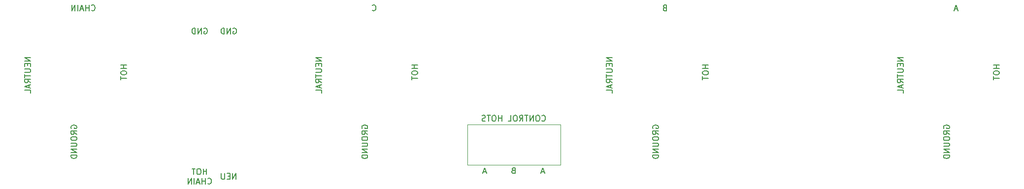
<source format=gbr>
G04 #@! TF.GenerationSoftware,KiCad,Pcbnew,5.1.4*
G04 #@! TF.CreationDate,2019-11-13T20:32:36-05:00*
G04 #@! TF.ProjectId,PooferControl-Reciever-PlugPlane,506f6f66-6572-4436-9f6e-74726f6c2d52,rev?*
G04 #@! TF.SameCoordinates,Original*
G04 #@! TF.FileFunction,Legend,Bot*
G04 #@! TF.FilePolarity,Positive*
%FSLAX46Y46*%
G04 Gerber Fmt 4.6, Leading zero omitted, Abs format (unit mm)*
G04 Created by KiCad (PCBNEW 5.1.4) date 2019-11-13 20:32:36*
%MOMM*%
%LPD*%
G04 APERTURE LIST*
%ADD10C,0.150000*%
%ADD11C,0.120000*%
G04 APERTURE END LIST*
D10*
X110761904Y-79500000D02*
X110857142Y-79452380D01*
X111000000Y-79452380D01*
X111142857Y-79500000D01*
X111238095Y-79595238D01*
X111285714Y-79690476D01*
X111333333Y-79880952D01*
X111333333Y-80023809D01*
X111285714Y-80214285D01*
X111238095Y-80309523D01*
X111142857Y-80404761D01*
X111000000Y-80452380D01*
X110904761Y-80452380D01*
X110761904Y-80404761D01*
X110714285Y-80357142D01*
X110714285Y-80023809D01*
X110904761Y-80023809D01*
X110285714Y-80452380D02*
X110285714Y-79452380D01*
X109714285Y-80452380D01*
X109714285Y-79452380D01*
X109238095Y-80452380D02*
X109238095Y-79452380D01*
X109000000Y-79452380D01*
X108857142Y-79500000D01*
X108761904Y-79595238D01*
X108714285Y-79690476D01*
X108666666Y-79880952D01*
X108666666Y-80023809D01*
X108714285Y-80214285D01*
X108761904Y-80309523D01*
X108857142Y-80404761D01*
X109000000Y-80452380D01*
X109238095Y-80452380D01*
X105761904Y-79500000D02*
X105857142Y-79452380D01*
X106000000Y-79452380D01*
X106142857Y-79500000D01*
X106238095Y-79595238D01*
X106285714Y-79690476D01*
X106333333Y-79880952D01*
X106333333Y-80023809D01*
X106285714Y-80214285D01*
X106238095Y-80309523D01*
X106142857Y-80404761D01*
X106000000Y-80452380D01*
X105904761Y-80452380D01*
X105761904Y-80404761D01*
X105714285Y-80357142D01*
X105714285Y-80023809D01*
X105904761Y-80023809D01*
X105285714Y-80452380D02*
X105285714Y-79452380D01*
X104714285Y-80452380D01*
X104714285Y-79452380D01*
X104238095Y-80452380D02*
X104238095Y-79452380D01*
X104000000Y-79452380D01*
X103857142Y-79500000D01*
X103761904Y-79595238D01*
X103714285Y-79690476D01*
X103666666Y-79880952D01*
X103666666Y-80023809D01*
X103714285Y-80214285D01*
X103761904Y-80309523D01*
X103857142Y-80404761D01*
X104000000Y-80452380D01*
X104238095Y-80452380D01*
X111261904Y-105452380D02*
X111261904Y-104452380D01*
X110690476Y-105452380D01*
X110690476Y-104452380D01*
X110214285Y-104928571D02*
X109880952Y-104928571D01*
X109738095Y-105452380D02*
X110214285Y-105452380D01*
X110214285Y-104452380D01*
X109738095Y-104452380D01*
X109309523Y-104452380D02*
X109309523Y-105261904D01*
X109261904Y-105357142D01*
X109214285Y-105404761D01*
X109119047Y-105452380D01*
X108928571Y-105452380D01*
X108833333Y-105404761D01*
X108785714Y-105357142D01*
X108738095Y-105261904D01*
X108738095Y-104452380D01*
X106190476Y-104627380D02*
X106190476Y-103627380D01*
X106190476Y-104103571D02*
X105619047Y-104103571D01*
X105619047Y-104627380D02*
X105619047Y-103627380D01*
X104952380Y-103627380D02*
X104761904Y-103627380D01*
X104666666Y-103675000D01*
X104571428Y-103770238D01*
X104523809Y-103960714D01*
X104523809Y-104294047D01*
X104571428Y-104484523D01*
X104666666Y-104579761D01*
X104761904Y-104627380D01*
X104952380Y-104627380D01*
X105047619Y-104579761D01*
X105142857Y-104484523D01*
X105190476Y-104294047D01*
X105190476Y-103960714D01*
X105142857Y-103770238D01*
X105047619Y-103675000D01*
X104952380Y-103627380D01*
X104238095Y-103627380D02*
X103666666Y-103627380D01*
X103952380Y-104627380D02*
X103952380Y-103627380D01*
X106404761Y-106182142D02*
X106452380Y-106229761D01*
X106595238Y-106277380D01*
X106690476Y-106277380D01*
X106833333Y-106229761D01*
X106928571Y-106134523D01*
X106976190Y-106039285D01*
X107023809Y-105848809D01*
X107023809Y-105705952D01*
X106976190Y-105515476D01*
X106928571Y-105420238D01*
X106833333Y-105325000D01*
X106690476Y-105277380D01*
X106595238Y-105277380D01*
X106452380Y-105325000D01*
X106404761Y-105372619D01*
X105976190Y-106277380D02*
X105976190Y-105277380D01*
X105976190Y-105753571D02*
X105404761Y-105753571D01*
X105404761Y-106277380D02*
X105404761Y-105277380D01*
X104976190Y-105991666D02*
X104500000Y-105991666D01*
X105071428Y-106277380D02*
X104738095Y-105277380D01*
X104404761Y-106277380D01*
X104071428Y-106277380D02*
X104071428Y-105277380D01*
X103595238Y-106277380D02*
X103595238Y-105277380D01*
X103023809Y-106277380D01*
X103023809Y-105277380D01*
D11*
X151000000Y-103000000D02*
X151000000Y-96000000D01*
X167000000Y-103000000D02*
X151000000Y-103000000D01*
X167000000Y-96000000D02*
X167000000Y-103000000D01*
X151000000Y-96000000D02*
X167000000Y-96000000D01*
D10*
X86404761Y-76357142D02*
X86452380Y-76404761D01*
X86595238Y-76452380D01*
X86690476Y-76452380D01*
X86833333Y-76404761D01*
X86928571Y-76309523D01*
X86976190Y-76214285D01*
X87023809Y-76023809D01*
X87023809Y-75880952D01*
X86976190Y-75690476D01*
X86928571Y-75595238D01*
X86833333Y-75500000D01*
X86690476Y-75452380D01*
X86595238Y-75452380D01*
X86452380Y-75500000D01*
X86404761Y-75547619D01*
X85976190Y-76452380D02*
X85976190Y-75452380D01*
X85976190Y-75928571D02*
X85404761Y-75928571D01*
X85404761Y-76452380D02*
X85404761Y-75452380D01*
X84976190Y-76166666D02*
X84500000Y-76166666D01*
X85071428Y-76452380D02*
X84738095Y-75452380D01*
X84404761Y-76452380D01*
X84071428Y-76452380D02*
X84071428Y-75452380D01*
X83595238Y-76452380D02*
X83595238Y-75452380D01*
X83023809Y-76452380D01*
X83023809Y-75452380D01*
X134690476Y-76357142D02*
X134738095Y-76404761D01*
X134880952Y-76452380D01*
X134976190Y-76452380D01*
X135119047Y-76404761D01*
X135214285Y-76309523D01*
X135261904Y-76214285D01*
X135309523Y-76023809D01*
X135309523Y-75880952D01*
X135261904Y-75690476D01*
X135214285Y-75595238D01*
X135119047Y-75500000D01*
X134976190Y-75452380D01*
X134880952Y-75452380D01*
X134738095Y-75500000D01*
X134690476Y-75547619D01*
X184928571Y-75928571D02*
X184785714Y-75976190D01*
X184738095Y-76023809D01*
X184690476Y-76119047D01*
X184690476Y-76261904D01*
X184738095Y-76357142D01*
X184785714Y-76404761D01*
X184880952Y-76452380D01*
X185261904Y-76452380D01*
X185261904Y-75452380D01*
X184928571Y-75452380D01*
X184833333Y-75500000D01*
X184785714Y-75547619D01*
X184738095Y-75642857D01*
X184738095Y-75738095D01*
X184785714Y-75833333D01*
X184833333Y-75880952D01*
X184928571Y-75928571D01*
X185261904Y-75928571D01*
X235238095Y-76166666D02*
X234761904Y-76166666D01*
X235333333Y-76452380D02*
X235000000Y-75452380D01*
X234666666Y-76452380D01*
X164238095Y-104166666D02*
X163761904Y-104166666D01*
X164333333Y-104452380D02*
X164000000Y-103452380D01*
X163666666Y-104452380D01*
X158928571Y-103928571D02*
X158785714Y-103976190D01*
X158738095Y-104023809D01*
X158690476Y-104119047D01*
X158690476Y-104261904D01*
X158738095Y-104357142D01*
X158785714Y-104404761D01*
X158880952Y-104452380D01*
X159261904Y-104452380D01*
X159261904Y-103452380D01*
X158928571Y-103452380D01*
X158833333Y-103500000D01*
X158785714Y-103547619D01*
X158738095Y-103642857D01*
X158738095Y-103738095D01*
X158785714Y-103833333D01*
X158833333Y-103880952D01*
X158928571Y-103928571D01*
X159261904Y-103928571D01*
X154238095Y-104166666D02*
X153761904Y-104166666D01*
X154333333Y-104452380D02*
X154000000Y-103452380D01*
X153666666Y-104452380D01*
X163833333Y-95357142D02*
X163880952Y-95404761D01*
X164023809Y-95452380D01*
X164119047Y-95452380D01*
X164261904Y-95404761D01*
X164357142Y-95309523D01*
X164404761Y-95214285D01*
X164452380Y-95023809D01*
X164452380Y-94880952D01*
X164404761Y-94690476D01*
X164357142Y-94595238D01*
X164261904Y-94500000D01*
X164119047Y-94452380D01*
X164023809Y-94452380D01*
X163880952Y-94500000D01*
X163833333Y-94547619D01*
X163214285Y-94452380D02*
X163023809Y-94452380D01*
X162928571Y-94500000D01*
X162833333Y-94595238D01*
X162785714Y-94785714D01*
X162785714Y-95119047D01*
X162833333Y-95309523D01*
X162928571Y-95404761D01*
X163023809Y-95452380D01*
X163214285Y-95452380D01*
X163309523Y-95404761D01*
X163404761Y-95309523D01*
X163452380Y-95119047D01*
X163452380Y-94785714D01*
X163404761Y-94595238D01*
X163309523Y-94500000D01*
X163214285Y-94452380D01*
X162357142Y-95452380D02*
X162357142Y-94452380D01*
X161785714Y-95452380D01*
X161785714Y-94452380D01*
X161452380Y-94452380D02*
X160880952Y-94452380D01*
X161166666Y-95452380D02*
X161166666Y-94452380D01*
X159976190Y-95452380D02*
X160309523Y-94976190D01*
X160547619Y-95452380D02*
X160547619Y-94452380D01*
X160166666Y-94452380D01*
X160071428Y-94500000D01*
X160023809Y-94547619D01*
X159976190Y-94642857D01*
X159976190Y-94785714D01*
X160023809Y-94880952D01*
X160071428Y-94928571D01*
X160166666Y-94976190D01*
X160547619Y-94976190D01*
X159357142Y-94452380D02*
X159166666Y-94452380D01*
X159071428Y-94500000D01*
X158976190Y-94595238D01*
X158928571Y-94785714D01*
X158928571Y-95119047D01*
X158976190Y-95309523D01*
X159071428Y-95404761D01*
X159166666Y-95452380D01*
X159357142Y-95452380D01*
X159452380Y-95404761D01*
X159547619Y-95309523D01*
X159595238Y-95119047D01*
X159595238Y-94785714D01*
X159547619Y-94595238D01*
X159452380Y-94500000D01*
X159357142Y-94452380D01*
X158023809Y-95452380D02*
X158500000Y-95452380D01*
X158500000Y-94452380D01*
X156928571Y-95452380D02*
X156928571Y-94452380D01*
X156928571Y-94928571D02*
X156357142Y-94928571D01*
X156357142Y-95452380D02*
X156357142Y-94452380D01*
X155690476Y-94452380D02*
X155500000Y-94452380D01*
X155404761Y-94500000D01*
X155309523Y-94595238D01*
X155261904Y-94785714D01*
X155261904Y-95119047D01*
X155309523Y-95309523D01*
X155404761Y-95404761D01*
X155500000Y-95452380D01*
X155690476Y-95452380D01*
X155785714Y-95404761D01*
X155880952Y-95309523D01*
X155928571Y-95119047D01*
X155928571Y-94785714D01*
X155880952Y-94595238D01*
X155785714Y-94500000D01*
X155690476Y-94452380D01*
X154976190Y-94452380D02*
X154404761Y-94452380D01*
X154690476Y-95452380D02*
X154690476Y-94452380D01*
X154119047Y-95404761D02*
X153976190Y-95452380D01*
X153738095Y-95452380D01*
X153642857Y-95404761D01*
X153595238Y-95357142D01*
X153547619Y-95261904D01*
X153547619Y-95166666D01*
X153595238Y-95071428D01*
X153642857Y-95023809D01*
X153738095Y-94976190D01*
X153928571Y-94928571D01*
X154023809Y-94880952D01*
X154071428Y-94833333D01*
X154119047Y-94738095D01*
X154119047Y-94642857D01*
X154071428Y-94547619D01*
X154023809Y-94500000D01*
X153928571Y-94452380D01*
X153690476Y-94452380D01*
X153547619Y-94500000D01*
X182930000Y-96690476D02*
X182882380Y-96595238D01*
X182882380Y-96452380D01*
X182930000Y-96309523D01*
X183025238Y-96214285D01*
X183120476Y-96166666D01*
X183310952Y-96119047D01*
X183453809Y-96119047D01*
X183644285Y-96166666D01*
X183739523Y-96214285D01*
X183834761Y-96309523D01*
X183882380Y-96452380D01*
X183882380Y-96547619D01*
X183834761Y-96690476D01*
X183787142Y-96738095D01*
X183453809Y-96738095D01*
X183453809Y-96547619D01*
X183882380Y-97738095D02*
X183406190Y-97404761D01*
X183882380Y-97166666D02*
X182882380Y-97166666D01*
X182882380Y-97547619D01*
X182930000Y-97642857D01*
X182977619Y-97690476D01*
X183072857Y-97738095D01*
X183215714Y-97738095D01*
X183310952Y-97690476D01*
X183358571Y-97642857D01*
X183406190Y-97547619D01*
X183406190Y-97166666D01*
X182882380Y-98357142D02*
X182882380Y-98547619D01*
X182930000Y-98642857D01*
X183025238Y-98738095D01*
X183215714Y-98785714D01*
X183549047Y-98785714D01*
X183739523Y-98738095D01*
X183834761Y-98642857D01*
X183882380Y-98547619D01*
X183882380Y-98357142D01*
X183834761Y-98261904D01*
X183739523Y-98166666D01*
X183549047Y-98119047D01*
X183215714Y-98119047D01*
X183025238Y-98166666D01*
X182930000Y-98261904D01*
X182882380Y-98357142D01*
X182882380Y-99214285D02*
X183691904Y-99214285D01*
X183787142Y-99261904D01*
X183834761Y-99309523D01*
X183882380Y-99404761D01*
X183882380Y-99595238D01*
X183834761Y-99690476D01*
X183787142Y-99738095D01*
X183691904Y-99785714D01*
X182882380Y-99785714D01*
X183882380Y-100261904D02*
X182882380Y-100261904D01*
X183882380Y-100833333D01*
X182882380Y-100833333D01*
X183882380Y-101309523D02*
X182882380Y-101309523D01*
X182882380Y-101547619D01*
X182930000Y-101690476D01*
X183025238Y-101785714D01*
X183120476Y-101833333D01*
X183310952Y-101880952D01*
X183453809Y-101880952D01*
X183644285Y-101833333D01*
X183739523Y-101785714D01*
X183834761Y-101690476D01*
X183882380Y-101547619D01*
X183882380Y-101309523D01*
X192452380Y-85809523D02*
X191452380Y-85809523D01*
X191928571Y-85809523D02*
X191928571Y-86380952D01*
X192452380Y-86380952D02*
X191452380Y-86380952D01*
X191452380Y-87047619D02*
X191452380Y-87238095D01*
X191500000Y-87333333D01*
X191595238Y-87428571D01*
X191785714Y-87476190D01*
X192119047Y-87476190D01*
X192309523Y-87428571D01*
X192404761Y-87333333D01*
X192452380Y-87238095D01*
X192452380Y-87047619D01*
X192404761Y-86952380D01*
X192309523Y-86857142D01*
X192119047Y-86809523D01*
X191785714Y-86809523D01*
X191595238Y-86857142D01*
X191500000Y-86952380D01*
X191452380Y-87047619D01*
X191452380Y-87761904D02*
X191452380Y-88333333D01*
X192452380Y-88047619D02*
X191452380Y-88047619D01*
X175952380Y-84523809D02*
X174952380Y-84523809D01*
X175952380Y-85095238D01*
X174952380Y-85095238D01*
X175428571Y-85571428D02*
X175428571Y-85904761D01*
X175952380Y-86047619D02*
X175952380Y-85571428D01*
X174952380Y-85571428D01*
X174952380Y-86047619D01*
X174952380Y-86476190D02*
X175761904Y-86476190D01*
X175857142Y-86523809D01*
X175904761Y-86571428D01*
X175952380Y-86666666D01*
X175952380Y-86857142D01*
X175904761Y-86952380D01*
X175857142Y-87000000D01*
X175761904Y-87047619D01*
X174952380Y-87047619D01*
X174952380Y-87380952D02*
X174952380Y-87952380D01*
X175952380Y-87666666D02*
X174952380Y-87666666D01*
X175952380Y-88857142D02*
X175476190Y-88523809D01*
X175952380Y-88285714D02*
X174952380Y-88285714D01*
X174952380Y-88666666D01*
X175000000Y-88761904D01*
X175047619Y-88809523D01*
X175142857Y-88857142D01*
X175285714Y-88857142D01*
X175380952Y-88809523D01*
X175428571Y-88761904D01*
X175476190Y-88666666D01*
X175476190Y-88285714D01*
X175666666Y-89238095D02*
X175666666Y-89714285D01*
X175952380Y-89142857D02*
X174952380Y-89476190D01*
X175952380Y-89809523D01*
X175952380Y-90619047D02*
X175952380Y-90142857D01*
X174952380Y-90142857D01*
X232930000Y-96690476D02*
X232882380Y-96595238D01*
X232882380Y-96452380D01*
X232930000Y-96309523D01*
X233025238Y-96214285D01*
X233120476Y-96166666D01*
X233310952Y-96119047D01*
X233453809Y-96119047D01*
X233644285Y-96166666D01*
X233739523Y-96214285D01*
X233834761Y-96309523D01*
X233882380Y-96452380D01*
X233882380Y-96547619D01*
X233834761Y-96690476D01*
X233787142Y-96738095D01*
X233453809Y-96738095D01*
X233453809Y-96547619D01*
X233882380Y-97738095D02*
X233406190Y-97404761D01*
X233882380Y-97166666D02*
X232882380Y-97166666D01*
X232882380Y-97547619D01*
X232930000Y-97642857D01*
X232977619Y-97690476D01*
X233072857Y-97738095D01*
X233215714Y-97738095D01*
X233310952Y-97690476D01*
X233358571Y-97642857D01*
X233406190Y-97547619D01*
X233406190Y-97166666D01*
X232882380Y-98357142D02*
X232882380Y-98547619D01*
X232930000Y-98642857D01*
X233025238Y-98738095D01*
X233215714Y-98785714D01*
X233549047Y-98785714D01*
X233739523Y-98738095D01*
X233834761Y-98642857D01*
X233882380Y-98547619D01*
X233882380Y-98357142D01*
X233834761Y-98261904D01*
X233739523Y-98166666D01*
X233549047Y-98119047D01*
X233215714Y-98119047D01*
X233025238Y-98166666D01*
X232930000Y-98261904D01*
X232882380Y-98357142D01*
X232882380Y-99214285D02*
X233691904Y-99214285D01*
X233787142Y-99261904D01*
X233834761Y-99309523D01*
X233882380Y-99404761D01*
X233882380Y-99595238D01*
X233834761Y-99690476D01*
X233787142Y-99738095D01*
X233691904Y-99785714D01*
X232882380Y-99785714D01*
X233882380Y-100261904D02*
X232882380Y-100261904D01*
X233882380Y-100833333D01*
X232882380Y-100833333D01*
X233882380Y-101309523D02*
X232882380Y-101309523D01*
X232882380Y-101547619D01*
X232930000Y-101690476D01*
X233025238Y-101785714D01*
X233120476Y-101833333D01*
X233310952Y-101880952D01*
X233453809Y-101880952D01*
X233644285Y-101833333D01*
X233739523Y-101785714D01*
X233834761Y-101690476D01*
X233882380Y-101547619D01*
X233882380Y-101309523D01*
X242452380Y-85809523D02*
X241452380Y-85809523D01*
X241928571Y-85809523D02*
X241928571Y-86380952D01*
X242452380Y-86380952D02*
X241452380Y-86380952D01*
X241452380Y-87047619D02*
X241452380Y-87238095D01*
X241500000Y-87333333D01*
X241595238Y-87428571D01*
X241785714Y-87476190D01*
X242119047Y-87476190D01*
X242309523Y-87428571D01*
X242404761Y-87333333D01*
X242452380Y-87238095D01*
X242452380Y-87047619D01*
X242404761Y-86952380D01*
X242309523Y-86857142D01*
X242119047Y-86809523D01*
X241785714Y-86809523D01*
X241595238Y-86857142D01*
X241500000Y-86952380D01*
X241452380Y-87047619D01*
X241452380Y-87761904D02*
X241452380Y-88333333D01*
X242452380Y-88047619D02*
X241452380Y-88047619D01*
X225952380Y-84523809D02*
X224952380Y-84523809D01*
X225952380Y-85095238D01*
X224952380Y-85095238D01*
X225428571Y-85571428D02*
X225428571Y-85904761D01*
X225952380Y-86047619D02*
X225952380Y-85571428D01*
X224952380Y-85571428D01*
X224952380Y-86047619D01*
X224952380Y-86476190D02*
X225761904Y-86476190D01*
X225857142Y-86523809D01*
X225904761Y-86571428D01*
X225952380Y-86666666D01*
X225952380Y-86857142D01*
X225904761Y-86952380D01*
X225857142Y-87000000D01*
X225761904Y-87047619D01*
X224952380Y-87047619D01*
X224952380Y-87380952D02*
X224952380Y-87952380D01*
X225952380Y-87666666D02*
X224952380Y-87666666D01*
X225952380Y-88857142D02*
X225476190Y-88523809D01*
X225952380Y-88285714D02*
X224952380Y-88285714D01*
X224952380Y-88666666D01*
X225000000Y-88761904D01*
X225047619Y-88809523D01*
X225142857Y-88857142D01*
X225285714Y-88857142D01*
X225380952Y-88809523D01*
X225428571Y-88761904D01*
X225476190Y-88666666D01*
X225476190Y-88285714D01*
X225666666Y-89238095D02*
X225666666Y-89714285D01*
X225952380Y-89142857D02*
X224952380Y-89476190D01*
X225952380Y-89809523D01*
X225952380Y-90619047D02*
X225952380Y-90142857D01*
X224952380Y-90142857D01*
X75952380Y-84523809D02*
X74952380Y-84523809D01*
X75952380Y-85095238D01*
X74952380Y-85095238D01*
X75428571Y-85571428D02*
X75428571Y-85904761D01*
X75952380Y-86047619D02*
X75952380Y-85571428D01*
X74952380Y-85571428D01*
X74952380Y-86047619D01*
X74952380Y-86476190D02*
X75761904Y-86476190D01*
X75857142Y-86523809D01*
X75904761Y-86571428D01*
X75952380Y-86666666D01*
X75952380Y-86857142D01*
X75904761Y-86952380D01*
X75857142Y-87000000D01*
X75761904Y-87047619D01*
X74952380Y-87047619D01*
X74952380Y-87380952D02*
X74952380Y-87952380D01*
X75952380Y-87666666D02*
X74952380Y-87666666D01*
X75952380Y-88857142D02*
X75476190Y-88523809D01*
X75952380Y-88285714D02*
X74952380Y-88285714D01*
X74952380Y-88666666D01*
X75000000Y-88761904D01*
X75047619Y-88809523D01*
X75142857Y-88857142D01*
X75285714Y-88857142D01*
X75380952Y-88809523D01*
X75428571Y-88761904D01*
X75476190Y-88666666D01*
X75476190Y-88285714D01*
X75666666Y-89238095D02*
X75666666Y-89714285D01*
X75952380Y-89142857D02*
X74952380Y-89476190D01*
X75952380Y-89809523D01*
X75952380Y-90619047D02*
X75952380Y-90142857D01*
X74952380Y-90142857D01*
X92452380Y-85809523D02*
X91452380Y-85809523D01*
X91928571Y-85809523D02*
X91928571Y-86380952D01*
X92452380Y-86380952D02*
X91452380Y-86380952D01*
X91452380Y-87047619D02*
X91452380Y-87238095D01*
X91500000Y-87333333D01*
X91595238Y-87428571D01*
X91785714Y-87476190D01*
X92119047Y-87476190D01*
X92309523Y-87428571D01*
X92404761Y-87333333D01*
X92452380Y-87238095D01*
X92452380Y-87047619D01*
X92404761Y-86952380D01*
X92309523Y-86857142D01*
X92119047Y-86809523D01*
X91785714Y-86809523D01*
X91595238Y-86857142D01*
X91500000Y-86952380D01*
X91452380Y-87047619D01*
X91452380Y-87761904D02*
X91452380Y-88333333D01*
X92452380Y-88047619D02*
X91452380Y-88047619D01*
X82930000Y-96690476D02*
X82882380Y-96595238D01*
X82882380Y-96452380D01*
X82930000Y-96309523D01*
X83025238Y-96214285D01*
X83120476Y-96166666D01*
X83310952Y-96119047D01*
X83453809Y-96119047D01*
X83644285Y-96166666D01*
X83739523Y-96214285D01*
X83834761Y-96309523D01*
X83882380Y-96452380D01*
X83882380Y-96547619D01*
X83834761Y-96690476D01*
X83787142Y-96738095D01*
X83453809Y-96738095D01*
X83453809Y-96547619D01*
X83882380Y-97738095D02*
X83406190Y-97404761D01*
X83882380Y-97166666D02*
X82882380Y-97166666D01*
X82882380Y-97547619D01*
X82930000Y-97642857D01*
X82977619Y-97690476D01*
X83072857Y-97738095D01*
X83215714Y-97738095D01*
X83310952Y-97690476D01*
X83358571Y-97642857D01*
X83406190Y-97547619D01*
X83406190Y-97166666D01*
X82882380Y-98357142D02*
X82882380Y-98547619D01*
X82930000Y-98642857D01*
X83025238Y-98738095D01*
X83215714Y-98785714D01*
X83549047Y-98785714D01*
X83739523Y-98738095D01*
X83834761Y-98642857D01*
X83882380Y-98547619D01*
X83882380Y-98357142D01*
X83834761Y-98261904D01*
X83739523Y-98166666D01*
X83549047Y-98119047D01*
X83215714Y-98119047D01*
X83025238Y-98166666D01*
X82930000Y-98261904D01*
X82882380Y-98357142D01*
X82882380Y-99214285D02*
X83691904Y-99214285D01*
X83787142Y-99261904D01*
X83834761Y-99309523D01*
X83882380Y-99404761D01*
X83882380Y-99595238D01*
X83834761Y-99690476D01*
X83787142Y-99738095D01*
X83691904Y-99785714D01*
X82882380Y-99785714D01*
X83882380Y-100261904D02*
X82882380Y-100261904D01*
X83882380Y-100833333D01*
X82882380Y-100833333D01*
X83882380Y-101309523D02*
X82882380Y-101309523D01*
X82882380Y-101547619D01*
X82930000Y-101690476D01*
X83025238Y-101785714D01*
X83120476Y-101833333D01*
X83310952Y-101880952D01*
X83453809Y-101880952D01*
X83644285Y-101833333D01*
X83739523Y-101785714D01*
X83834761Y-101690476D01*
X83882380Y-101547619D01*
X83882380Y-101309523D01*
X132930000Y-96690476D02*
X132882380Y-96595238D01*
X132882380Y-96452380D01*
X132930000Y-96309523D01*
X133025238Y-96214285D01*
X133120476Y-96166666D01*
X133310952Y-96119047D01*
X133453809Y-96119047D01*
X133644285Y-96166666D01*
X133739523Y-96214285D01*
X133834761Y-96309523D01*
X133882380Y-96452380D01*
X133882380Y-96547619D01*
X133834761Y-96690476D01*
X133787142Y-96738095D01*
X133453809Y-96738095D01*
X133453809Y-96547619D01*
X133882380Y-97738095D02*
X133406190Y-97404761D01*
X133882380Y-97166666D02*
X132882380Y-97166666D01*
X132882380Y-97547619D01*
X132930000Y-97642857D01*
X132977619Y-97690476D01*
X133072857Y-97738095D01*
X133215714Y-97738095D01*
X133310952Y-97690476D01*
X133358571Y-97642857D01*
X133406190Y-97547619D01*
X133406190Y-97166666D01*
X132882380Y-98357142D02*
X132882380Y-98547619D01*
X132930000Y-98642857D01*
X133025238Y-98738095D01*
X133215714Y-98785714D01*
X133549047Y-98785714D01*
X133739523Y-98738095D01*
X133834761Y-98642857D01*
X133882380Y-98547619D01*
X133882380Y-98357142D01*
X133834761Y-98261904D01*
X133739523Y-98166666D01*
X133549047Y-98119047D01*
X133215714Y-98119047D01*
X133025238Y-98166666D01*
X132930000Y-98261904D01*
X132882380Y-98357142D01*
X132882380Y-99214285D02*
X133691904Y-99214285D01*
X133787142Y-99261904D01*
X133834761Y-99309523D01*
X133882380Y-99404761D01*
X133882380Y-99595238D01*
X133834761Y-99690476D01*
X133787142Y-99738095D01*
X133691904Y-99785714D01*
X132882380Y-99785714D01*
X133882380Y-100261904D02*
X132882380Y-100261904D01*
X133882380Y-100833333D01*
X132882380Y-100833333D01*
X133882380Y-101309523D02*
X132882380Y-101309523D01*
X132882380Y-101547619D01*
X132930000Y-101690476D01*
X133025238Y-101785714D01*
X133120476Y-101833333D01*
X133310952Y-101880952D01*
X133453809Y-101880952D01*
X133644285Y-101833333D01*
X133739523Y-101785714D01*
X133834761Y-101690476D01*
X133882380Y-101547619D01*
X133882380Y-101309523D01*
X142452380Y-85809523D02*
X141452380Y-85809523D01*
X141928571Y-85809523D02*
X141928571Y-86380952D01*
X142452380Y-86380952D02*
X141452380Y-86380952D01*
X141452380Y-87047619D02*
X141452380Y-87238095D01*
X141500000Y-87333333D01*
X141595238Y-87428571D01*
X141785714Y-87476190D01*
X142119047Y-87476190D01*
X142309523Y-87428571D01*
X142404761Y-87333333D01*
X142452380Y-87238095D01*
X142452380Y-87047619D01*
X142404761Y-86952380D01*
X142309523Y-86857142D01*
X142119047Y-86809523D01*
X141785714Y-86809523D01*
X141595238Y-86857142D01*
X141500000Y-86952380D01*
X141452380Y-87047619D01*
X141452380Y-87761904D02*
X141452380Y-88333333D01*
X142452380Y-88047619D02*
X141452380Y-88047619D01*
X125952380Y-84523809D02*
X124952380Y-84523809D01*
X125952380Y-85095238D01*
X124952380Y-85095238D01*
X125428571Y-85571428D02*
X125428571Y-85904761D01*
X125952380Y-86047619D02*
X125952380Y-85571428D01*
X124952380Y-85571428D01*
X124952380Y-86047619D01*
X124952380Y-86476190D02*
X125761904Y-86476190D01*
X125857142Y-86523809D01*
X125904761Y-86571428D01*
X125952380Y-86666666D01*
X125952380Y-86857142D01*
X125904761Y-86952380D01*
X125857142Y-87000000D01*
X125761904Y-87047619D01*
X124952380Y-87047619D01*
X124952380Y-87380952D02*
X124952380Y-87952380D01*
X125952380Y-87666666D02*
X124952380Y-87666666D01*
X125952380Y-88857142D02*
X125476190Y-88523809D01*
X125952380Y-88285714D02*
X124952380Y-88285714D01*
X124952380Y-88666666D01*
X125000000Y-88761904D01*
X125047619Y-88809523D01*
X125142857Y-88857142D01*
X125285714Y-88857142D01*
X125380952Y-88809523D01*
X125428571Y-88761904D01*
X125476190Y-88666666D01*
X125476190Y-88285714D01*
X125666666Y-89238095D02*
X125666666Y-89714285D01*
X125952380Y-89142857D02*
X124952380Y-89476190D01*
X125952380Y-89809523D01*
X125952380Y-90619047D02*
X125952380Y-90142857D01*
X124952380Y-90142857D01*
M02*

</source>
